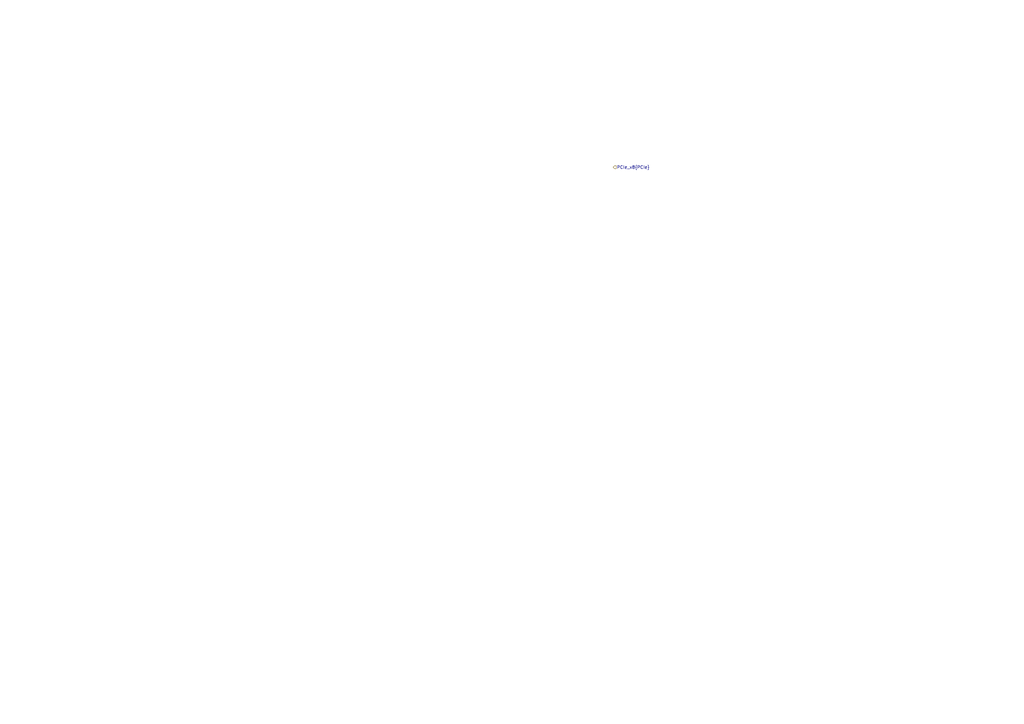
<source format=kicad_sch>
(kicad_sch (version 20230121) (generator eeschema)
  (paper "A3")
  (title_block (title "Com Express 7 baseboard") (date "2024-03-22") (rev "1.0.0") (company "Antmicro Ltd."))
  (lib_symbols)
  (hierarchical_label "PCIe_x8{PCIe}" (shape input) (at 251.46 68.58 0))
)
</source>
